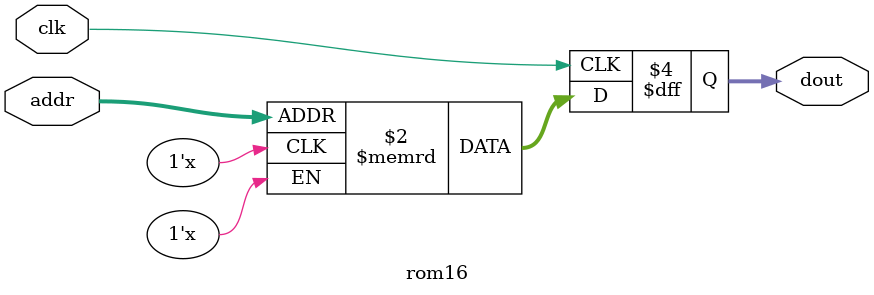
<source format=v>
module rom16 (
  input            clk,
  input [13:0]     addr,
  output reg [7:0] dout,
);

  parameter MEM_INIT_FILE = "";
   
  reg [7:0] rom [0:16383];

  initial
    if (MEM_INIT_FILE != "")
      $readmemh(MEM_INIT_FILE, rom);
   
  always @(posedge clk) begin
    dout <= rom[addr];
  end

endmodule

</source>
